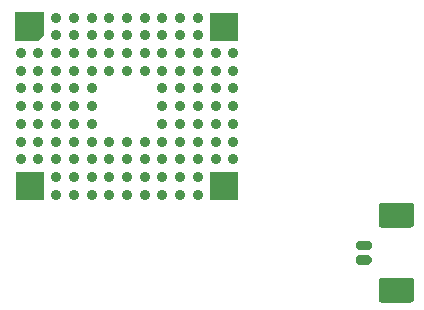
<source format=gbr>
G04 #@! TF.GenerationSoftware,KiCad,Pcbnew,8.0.4*
G04 #@! TF.CreationDate,2024-09-15T19:08:50-07:00*
G04 #@! TF.ProjectId,IMX585_MIPI_Breakout_v3,494d5835-3835-45f4-9d49-50495f427265,rev?*
G04 #@! TF.SameCoordinates,Original*
G04 #@! TF.FileFunction,Paste,Bot*
G04 #@! TF.FilePolarity,Positive*
%FSLAX46Y46*%
G04 Gerber Fmt 4.6, Leading zero omitted, Abs format (unit mm)*
G04 Created by KiCad (PCBNEW 8.0.4) date 2024-09-15 19:08:50*
%MOMM*%
%LPD*%
G01*
G04 APERTURE LIST*
%ADD10C,0.900000*%
%ADD11R,2.400000X2.400000*%
G04 APERTURE END LIST*
G04 #@! TO.C,J6*
G36*
G01*
X163200000Y-116275000D02*
X164100000Y-116275000D01*
G75*
G02*
X164300000Y-116475000I0J-200000D01*
G01*
X164300000Y-116875000D01*
G75*
G02*
X164100000Y-117075000I-200000J0D01*
G01*
X163200000Y-117075000D01*
G75*
G02*
X163000000Y-116875000I0J200000D01*
G01*
X163000000Y-116475000D01*
G75*
G02*
X163200000Y-116275000I200000J0D01*
G01*
G37*
G36*
G01*
X163200000Y-117525000D02*
X164100000Y-117525000D01*
G75*
G02*
X164300000Y-117725000I0J-200000D01*
G01*
X164300000Y-118125000D01*
G75*
G02*
X164100000Y-118325000I-200000J0D01*
G01*
X163200000Y-118325000D01*
G75*
G02*
X163000000Y-118125000I0J200000D01*
G01*
X163000000Y-117725000D01*
G75*
G02*
X163200000Y-117525000I200000J0D01*
G01*
G37*
G36*
G01*
X165150001Y-113075000D02*
X167649999Y-113075000D01*
G75*
G02*
X167900000Y-113325001I0J-250001D01*
G01*
X167900000Y-114924999D01*
G75*
G02*
X167649999Y-115175000I-250001J0D01*
G01*
X165150001Y-115175000D01*
G75*
G02*
X164900000Y-114924999I0J250001D01*
G01*
X164900000Y-113325001D01*
G75*
G02*
X165150001Y-113075000I250001J0D01*
G01*
G37*
G36*
G01*
X165150001Y-119425000D02*
X167649999Y-119425000D01*
G75*
G02*
X167900000Y-119675001I0J-250001D01*
G01*
X167900000Y-121274999D01*
G75*
G02*
X167649999Y-121525000I-250001J0D01*
G01*
X165150001Y-121525000D01*
G75*
G02*
X164900000Y-121274999I0J250001D01*
G01*
X164900000Y-119675001D01*
G75*
G02*
X165150001Y-119425000I250001J0D01*
G01*
G37*
G04 #@! TD*
D10*
G04 #@! TO.C,U4*
X134600000Y-100400000D03*
X134600000Y-101900000D03*
X134600637Y-103387082D03*
X134600000Y-104900000D03*
X134600000Y-106400000D03*
X134600000Y-107900000D03*
X134600000Y-109400000D03*
X136100000Y-100400000D03*
X136100000Y-101900000D03*
X136100637Y-103387082D03*
X136100000Y-104900000D03*
X136100000Y-106400000D03*
X136100000Y-107900000D03*
X136100000Y-109400000D03*
X137600000Y-97400000D03*
X137600000Y-98900000D03*
X137600000Y-100400000D03*
X137600000Y-101900000D03*
X137600637Y-103387082D03*
X137600000Y-104900000D03*
X137600000Y-106400000D03*
X137600000Y-107900000D03*
X137600000Y-109400000D03*
X137600637Y-110887082D03*
X137600000Y-112400000D03*
X139100000Y-97400000D03*
X139100000Y-98900000D03*
X139100000Y-100400000D03*
X139100000Y-101900000D03*
X139100637Y-103387082D03*
X139100000Y-104900000D03*
X139100000Y-106400000D03*
X139100000Y-107900000D03*
X139100000Y-109400000D03*
X139100637Y-110887082D03*
X139100000Y-112400000D03*
X140600000Y-97400000D03*
X140600000Y-98900000D03*
X140600000Y-100400000D03*
X140600000Y-101900000D03*
X140600637Y-103387082D03*
X140600000Y-104900000D03*
X140600000Y-106400000D03*
X140600000Y-107900000D03*
X140600000Y-109400000D03*
X140600637Y-110887082D03*
X140600000Y-112400000D03*
X142100000Y-97400000D03*
X142100000Y-98900000D03*
X142100000Y-100400000D03*
X142100000Y-101900000D03*
X142100000Y-107900000D03*
X142100000Y-109400000D03*
X142100637Y-110887082D03*
X142100000Y-112400000D03*
X143600000Y-97400000D03*
X143600000Y-98900000D03*
X143600000Y-100400000D03*
X143600000Y-101900000D03*
X143600000Y-107900000D03*
X143600000Y-109400000D03*
X143600637Y-110887082D03*
X143600000Y-112400000D03*
X145100000Y-97400000D03*
X145100000Y-98900000D03*
X145100000Y-100400000D03*
X145100000Y-101900000D03*
X145100000Y-107900000D03*
X145100000Y-109400000D03*
X145100637Y-110887082D03*
X145100000Y-112400000D03*
X146600000Y-97400000D03*
X146600000Y-98900000D03*
X146600000Y-100400000D03*
X146600000Y-101900000D03*
X146600637Y-103387082D03*
X146600000Y-104900000D03*
X146600000Y-106400000D03*
X146600000Y-107900000D03*
X146600000Y-109400000D03*
X146600637Y-110887082D03*
X146600000Y-112400000D03*
X148100000Y-97400000D03*
X148100000Y-98900000D03*
X148100000Y-100400000D03*
X148100000Y-101900000D03*
X148100637Y-103387082D03*
X148100000Y-104900000D03*
X148100000Y-106400000D03*
X148100000Y-107900000D03*
X148100000Y-109400000D03*
X148100637Y-110887082D03*
X148100000Y-112400000D03*
X149600000Y-97400000D03*
X149600000Y-98900000D03*
X149600000Y-100400000D03*
X149600000Y-101900000D03*
X149600637Y-103387082D03*
X149600000Y-104900000D03*
X149600000Y-106400000D03*
X149600000Y-107900000D03*
X149600000Y-109400000D03*
X149600637Y-110887082D03*
X149600000Y-112400000D03*
X151100000Y-100400000D03*
X151100000Y-101900000D03*
X151100637Y-103387082D03*
X151100000Y-104900000D03*
X151100000Y-106400000D03*
X151100000Y-107900000D03*
X151100000Y-109400000D03*
X152600000Y-100400000D03*
X152600000Y-101900000D03*
X152600637Y-103387082D03*
X152600000Y-104900000D03*
X152600000Y-106400000D03*
X152600000Y-107900000D03*
X152600000Y-109400000D03*
G36*
X136550000Y-98870000D02*
G01*
X136070000Y-99350000D01*
X134150000Y-99350000D01*
X134150000Y-96950000D01*
X136550000Y-96950000D01*
X136550000Y-98870000D01*
G37*
D11*
X135350000Y-111650000D03*
X151850000Y-98150000D03*
X151850000Y-111650000D03*
G04 #@! TD*
M02*

</source>
